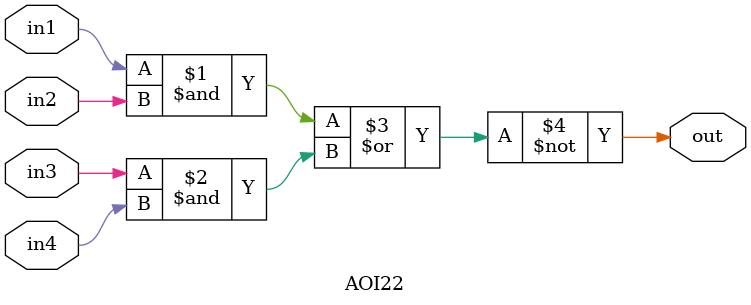
<source format=sv>
/* Complex gate And-Or-Invertor.
 *
 *
 * <pre>
 *  in1 ----------+--\
 *                AND +----+
 *  in2 ----------+--/|    |
 *                    |NOR |o-----
 *  in3 ----------+--\|    |
 *                AND +----+
 *  in4 ----------+--/
 * </pre>
 *
 */
module AOI22 (
    input  wire in1, // to be AND-ed with in2
    input  wire in2, // to be AND-ed with in1
    input  wire in3, // to be AND-ed with in4
    input  wire in4, // to be AND-ed with in3
    output wire out  // NOR the results of two ANDs
);

    assign out = ~((in1 & in2) | (in3 & in4));

endmodule

</source>
